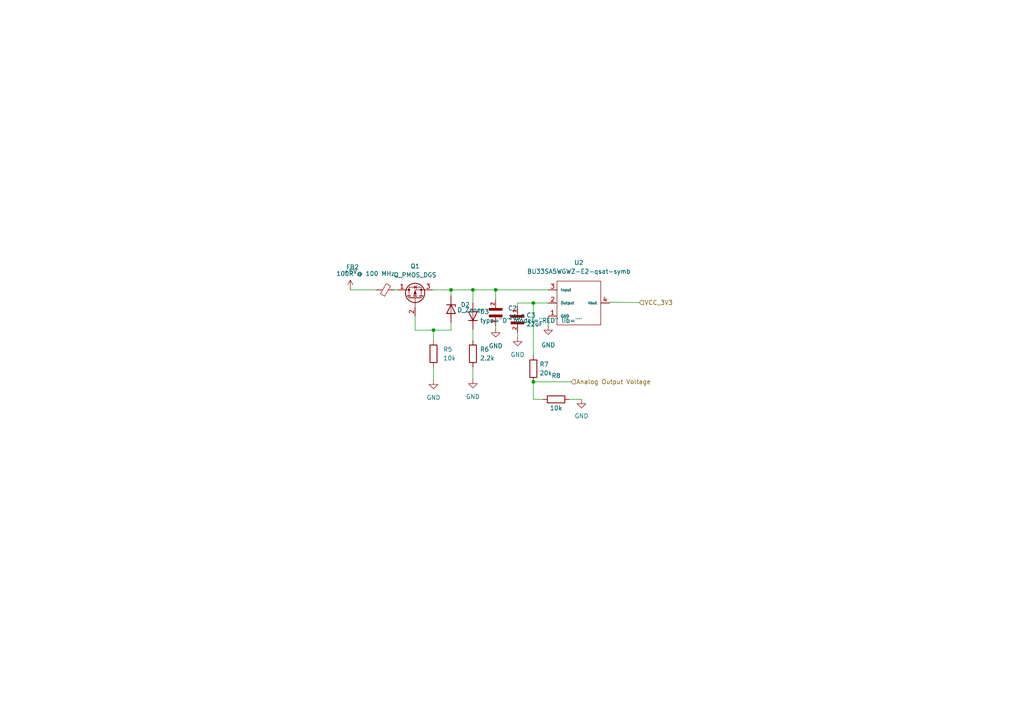
<source format=kicad_sch>
(kicad_sch (version 20211123) (generator eeschema)
  (paper "A4")
  (lib_symbols
    (symbol "Daughterboard_Symbols:CL10B104KB8NNNL" (pin_names (offset 1.016) hide)
      (property "Reference" "C" (at 0 3.81 0))
      (property "Value" "CL10B104KB8NNNL" (at 0 -5.08 0))
      (symbol "CL10B104KB8NNNL_0_0"
        (rectangle (start 0 -1.905) (end 0.635 1.905) (fill (type outline)))
        (rectangle (start 1.905 -1.905) (end 2.54 1.905) (fill (type outline)))
        (pin passive line (at -2.54 0 0) (length 2.54) (name "~") (number "1"))
        (pin passive line (at 5.08 0 180) (length 2.54) (name "~") (number "2"))
      )
    )
    (symbol "Device:D_Zener" (pin_numbers hide) (pin_names (offset 1.016) hide)
      (property "Reference" "D" (at 0 2.54 0))
      (property "Value" "D_Zener" (at 0 -2.54 0))
      (symbol "D_Zener_0_1"
        (polyline (pts (xy 1.27 0) (xy -1.27 0)))
        (polyline (pts (xy -1.27 -1.27) (xy -1.27 1.27) (xy -0.762 1.27)) (stroke (width 0.254)))
        (polyline (pts (xy 1.27 -1.27) (xy 1.27 1.27) (xy -1.27 0) (xy 1.27 -1.27)) (stroke (width 0.254)))
      )
      (symbol "D_Zener_1_1"
        (pin passive line (at -3.81 0 0) (length 2.54) (name "K") (number "1"))
        (pin passive line (at 3.81 0 180) (length 2.54) (name "A") (number "2"))
      )
    )
    (symbol "Device:FerriteBead_Small" (pin_numbers hide) (pin_names (offset 0))
      (property "Reference" "FB" (at 1.905 1.27 0))
      (property "Value" "FerriteBead_Small" (at 1.905 -1.27 0))
      (symbol "FerriteBead_Small_0_1"
        (polyline (pts (xy 0 -1.27) (xy 0 -0.7874)))
        (polyline (pts (xy 0 0.889) (xy 0 1.2954)))
        (polyline (pts (xy -1.8288 0.2794) (xy -1.1176 1.4986) (xy 1.8288 -0.2032) (xy 1.1176 -1.4224) (xy -1.8288 0.2794)))
      )
      (symbol "FerriteBead_Small_1_1"
        (pin passive line (at 0 2.54 270) (length 1.27) (name "~") (number "1"))
        (pin passive line (at 0 -2.54 90) (length 1.27) (name "~") (number "2"))
      )
    )
    (symbol "Device:Q_PMOS_DGS" (pin_names (offset 0) hide)
      (property "Reference" "Q" (at 5.08 1.27 0))
      (property "Value" "Q_PMOS_DGS" (at 5.08 -1.27 0))
      (symbol "Q_PMOS_DGS_0_1"
        (polyline (pts (xy 0.254 0) (xy -2.54 0)))
        (polyline (pts (xy 0.254 1.905) (xy 0.254 -1.905)) (stroke (width 0.254)))
        (polyline (pts (xy 0.762 -1.27) (xy 0.762 -2.286)) (stroke (width 0.254)))
        (polyline (pts (xy 0.762 0.508) (xy 0.762 -0.508)) (stroke (width 0.254)))
        (polyline (pts (xy 0.762 2.286) (xy 0.762 1.27)) (stroke (width 0.254)))
        (polyline (pts (xy 2.54 2.54) (xy 2.54 1.778)))
        (polyline (pts (xy 2.54 -2.54) (xy 2.54 0) (xy 0.762 0)))
        (polyline (pts (xy 0.762 1.778) (xy 3.302 1.778) (xy 3.302 -1.778) (xy 0.762 -1.778)))
        (polyline (pts (xy 2.286 0) (xy 1.27 0.381) (xy 1.27 -0.381) (xy 2.286 0)) (fill (type outline)))
        (polyline (pts (xy 2.794 -0.508) (xy 2.921 -0.381) (xy 3.683 -0.381) (xy 3.81 -0.254)))
        (polyline (pts (xy 3.302 -0.381) (xy 2.921 0.254) (xy 3.683 0.254) (xy 3.302 -0.381)))
        (circle (center 1.651 0) (radius 2.794) (stroke (width 0.254)))
        (circle (center 2.54 -1.778) (radius 0.254) (fill (type outline)))
        (circle (center 2.54 1.778) (radius 0.254) (fill (type outline)))
      )
      (symbol "Q_PMOS_DGS_1_1"
        (pin passive line (at 2.54 5.08 270) (length 2.54) (name "D") (number "1"))
        (pin input line (at -5.08 0 0) (length 2.54) (name "G") (number "2"))
        (pin passive line (at 2.54 -5.08 90) (length 2.54) (name "S") (number "3"))
      )
    )
    (symbol "Device:R" (pin_numbers hide) (pin_names (offset 0))
      (property "Reference" "R" (at 2.032 0 90))
      (property "Value" "R" (at 0 0 90))
      (symbol "R_0_1"
        (rectangle (start -1.016 -2.54) (end 1.016 2.54) (stroke (width 0.254)))
      )
      (symbol "R_1_1"
        (pin passive line (at 0 3.81 270) (length 1.27) (name "~") (number "1"))
        (pin passive line (at 0 -3.81 90) (length 1.27) (name "~") (number "2"))
      )
    )
    (symbol "Imported_OBC_Library:BU33SA5WGWZ-E2-qsat-symb" (pin_names (offset 1.016))
      (property "Reference" "U" (at 0 -16.51 0))
      (property "Value" "BU33SA5WGWZ-E2-qsat-symb" (at 0 15.24 0))
      (symbol "BU33SA5WGWZ-E2-qsat-symb_0_1"
        (rectangle (start -6.35 6.35) (end 6.35 -6.35))
      )
      (symbol "BU33SA5WGWZ-E2-qsat-symb_1_1"
        (pin output line (at 3.81 -8.89 90) (length 2.54) (name "GND") (number "1"))
        (pin output line (at 0 -8.89 90) (length 2.54) (name "Output") (number "2"))
        (pin input line (at -3.81 -8.89 90) (length 2.54) (name "Input") (number "3"))
        (pin output line (at 0 8.89 270) (length 2.54) (name "Vout") (number "4"))
      )
    )
    (symbol "Simulation_SPICE:DIODE" (pin_numbers hide) (pin_names (offset 1.016) hide)
      (property "Reference" "D" (at 0 2.54 0))
      (property "Value" "DIODE" (at 0 -2.54 0))
      (symbol "DIODE_0_1"
        (polyline (pts (xy 1.27 0) (xy -1.27 0)))
        (polyline (pts (xy 1.27 1.27) (xy 1.27 -1.27)) (stroke (width 0.254)))
        (polyline (pts (xy -1.27 -1.27) (xy -1.27 1.27) (xy 1.27 0) (xy -1.27 -1.27)) (stroke (width 0.254)))
      )
      (symbol "DIODE_1_1"
        (pin passive line (at -3.81 0 0) (length 2.54) (name "A") (number "1"))
        (pin passive line (at 3.81 0 180) (length 2.54) (name "K") (number "2"))
      )
    )
    (symbol "power:+5V" (power) (pin_names (offset 0))
      (property "Value" "+5V" (at 0 3.556 0))
      (symbol "+5V_0_1"
        (polyline (pts (xy -0.762 1.27) (xy 0 2.54)))
        (polyline (pts (xy 0 0) (xy 0 2.54)))
        (polyline (pts (xy 0 2.54) (xy 0.762 1.27)))
      )
      (symbol "+5V_1_1"
        (pin power_in line (at 0 0 90) (length 0) hide (name "+5V") (number "1"))
      )
    )
    (symbol "power:GND" (power) (pin_names (offset 0))
      (property "Value" "GND" (at 0 -3.81 0))
      (symbol "GND_0_1"
        (polyline (pts (xy 0 0) (xy 0 -1.27) (xy 1.27 -1.27) (xy 0 -2.54) (xy -1.27 -1.27) (xy 0 -1.27)))
      )
      (symbol "GND_1_1"
        (pin power_in line (at 0 0 270) (length 0) hide (name "GND") (number "1"))
      )
    )
  )
  (junction (at 154.686 87.884))
  (junction (at 137.16 84.074))
  (junction (at 143.764 84.074))
  (junction (at 130.81 84.074))
  (junction (at 154.686 110.744))
  (junction (at 125.73 95.758))
  (wire (pts (xy 130.81 84.074) (xy 137.16 84.074)))
  (wire (pts (xy 137.16 84.074) (xy 143.764 84.074)))
  (wire (pts (xy 120.396 95.758) (xy 125.73 95.758)))
  (wire (pts (xy 125.476 84.074) (xy 130.81 84.074)))
  (wire (pts (xy 176.784 87.63) (xy 176.784 87.884)))
  (wire (pts (xy 120.396 91.694) (xy 120.396 95.758)))
  (wire (pts (xy 150.114 96.52) (xy 150.114 97.79)))
  (wire (pts (xy 154.686 87.884) (xy 150.114 87.884)))
  (wire (pts (xy 125.73 95.758) (xy 130.81 95.758)))
  (wire (pts (xy 125.73 95.758) (xy 125.73 98.806)))
  (wire (pts (xy 143.764 84.074) (xy 143.764 86.868)))
  (wire (pts (xy 130.81 84.074) (xy 130.81 85.852)))
  (wire (pts (xy 154.686 110.744) (xy 165.608 110.744)))
  (wire (pts (xy 101.6 84.074) (xy 109.22 84.074)))
  (wire (pts (xy 143.764 94.488) (xy 143.764 95.25)))
  (wire (pts (xy 137.16 84.074) (xy 137.16 87.884)))
  (wire (pts (xy 137.16 106.426) (xy 137.16 109.982)))
  (wire (pts (xy 159.004 87.884) (xy 154.686 87.884)))
  (wire (pts (xy 130.81 93.472) (xy 130.81 95.758)))
  (wire (pts (xy 150.114 87.884) (xy 150.114 88.9)))
  (wire (pts (xy 154.686 115.824) (xy 157.48 115.824)))
  (wire (pts (xy 137.16 95.504) (xy 137.16 98.806)))
  (wire (pts (xy 176.784 87.63) (xy 185.42 87.757)))
  (wire (pts (xy 114.3 84.074) (xy 115.316 84.074)))
  (wire (pts (xy 165.1 115.824) (xy 168.656 115.824)))
  (wire (pts (xy 154.686 110.744) (xy 154.686 115.824)))
  (wire (pts (xy 159.004 91.694) (xy 159.004 94.488)))
  (wire (pts (xy 101.6 84.074) (xy 101.6 83.82)))
  (wire (pts (xy 125.73 106.426) (xy 125.73 110.236)))
  (wire (pts (xy 154.686 87.884) (xy 154.686 103.124)))
  (wire (pts (xy 143.764 84.074) (xy 159.004 84.074)))
  (hierarchical_label "VCC_3V3" (shape input) (at 185.42 87.757 0))
  (hierarchical_label "Analog Output Voltage" (shape input) (at 165.608 110.744 0))
  (symbol (lib_id "Device:Q_PMOS_DGS") (at 120.396 86.614 90) (unit 1)
    (property "Reference" "Q1" (at 120.396 77.216 90))
    (property "Value" "Q_PMOS_DGS" (at 120.396 79.756 90))
    (property "Footprint" "STM32_Breakout:SOT91P240X110-3N" (effects hide))
  )
  (symbol (lib_id "Daughterboard_Symbols:CL10B104KB8NNNL") (at 143.764 91.948 90) (unit 1)
    (property "Reference" "C2" (at 147.32 89.4079 90) (effects (justify right)))
    (property "Value" "10uF" (at 147.32 91.9479 90) (effects (justify right)))
    (property "Footprint" "CAPC1608X90N" (effects hide))
  )
  (symbol (lib_id "power:GND") (at 159.004 94.488 0) (unit 1)
    (property "Reference" "#PWR0110" (effects hide))
    (property "Value" "GND" (at 159.004 100.076 0))
  )
  (symbol (lib_id "Device:R") (at 161.29 115.824 270) (unit 1)
    (property "Reference" "R8" (at 161.29 108.966 90))
    (property "Value" "10k" (at 161.29 118.364 90))
    (property "Footprint" "Daughterboard_footprints:RESC1608X55N" (effects hide))
  )
  (symbol (lib_id "power:GND") (at 168.656 115.824 0) (unit 1)
    (property "Reference" "#PWR0109" (effects hide))
    (property "Value" "GND" (at 168.656 120.65 0))
  )
  (symbol (lib_id "Device:R") (at 125.73 102.616 0) (unit 1)
    (property "Reference" "R5" (at 128.524 101.3459 0) (effects (justify left)))
    (property "Value" "10k" (at 128.524 103.8859 0) (effects (justify left)))
    (property "Footprint" "Daughterboard_footprints:RESC1608X55N" (effects hide))
  )
  (symbol (lib_id "Device:FerriteBead_Small") (at 111.76 84.074 270) (unit 1)
    (property "Reference" "FB2" (at 102.235 77.47 90))
    (property "Value" "100R @ 100 MHz" (at 106.045 79.375 90))
    (property "Footprint" "Daughterboard_footprints:BEADC1608X75N" (effects hide))
  )
  (symbol (lib_id "Daughterboard_Symbols:CL10B104KB8NNNL") (at 150.114 91.44 270) (unit 1)
    (property "Reference" "C3" (at 152.654 91.4399 90) (effects (justify left)))
    (property "Value" "22uF" (at 152.654 93.9799 90) (effects (justify left)))
    (property "Footprint" "CAPC1608X90N" (effects hide))
  )
  (symbol (lib_id "Device:R") (at 137.16 102.616 0) (unit 1)
    (property "Reference" "R6" (at 139.192 101.3459 0) (effects (justify left)))
    (property "Value" "2.2k" (at 139.192 103.8859 0) (effects (justify left)))
    (property "Footprint" "Daughterboard_footprints:RESC1608X55N" (effects hide))
  )
  (symbol (lib_id "power:GND") (at 137.16 109.982 0) (unit 1)
    (property "Reference" "#PWR0111" (effects hide))
    (property "Value" "GND" (at 137.16 115.062 0))
  )
  (symbol (lib_id "Simulation_SPICE:DIODE") (at 137.16 91.694 270) (unit 1)
    (property "Reference" "D3" (at 139.192 90.4239 90) (effects (justify left)))
    (property "Value" "RED" (at 139.192 92.9639 90) (effects (justify left)))
    (property "Footprint" "Daughterboard_footprints:CAPC1608X90N" (effects hide))
    (property "Spice_Netlist_Enabled" "Y" (effects hide))
    (property "Spice_Primitive" "D" (effects hide))
  )
  (symbol (lib_id "power:+5V") (at 101.6 83.82 0) (unit 1)
    (property "Reference" "#PWR0127" (effects hide))
    (property "Value" "+5V" (at 101.6 78.74 0))
  )
  (symbol (lib_id "power:GND") (at 150.114 97.79 0) (unit 1)
    (property "Reference" "#PWR0112" (effects hide))
    (property "Value" "GND" (at 150.114 102.87 0))
  )
  (symbol (lib_id "power:GND") (at 125.73 110.236 0) (unit 1)
    (property "Reference" "#PWR0114" (effects hide))
    (property "Value" "GND" (at 125.73 115.316 0))
  )
  (symbol (lib_id "power:GND") (at 143.764 95.25 0) (unit 1)
    (property "Reference" "#PWR0113" (effects hide))
    (property "Value" "GND" (at 143.764 100.33 0))
  )
  (symbol (lib_id "Device:D_Zener") (at 130.81 89.662 270) (unit 1)
    (property "Reference" "D2" (at 133.604 88.392 90) (effects (justify left)))
    (property "Value" "D_Zener" (at 132.588 89.916 90) (effects (justify left)))
    (property "Footprint" "STM32_Breakout:SOT91P240X110-3N" (effects hide))
  )
  (symbol (lib_id "Device:R") (at 154.686 106.934 0) (unit 1)
    (property "Reference" "R7" (at 156.464 105.6639 0) (effects (justify left)))
    (property "Value" "20k" (at 156.464 108.2039 0) (effects (justify left)))
    (property "Footprint" "Daughterboard_footprints:RESC1608X55N" (effects hide))
  )
  (symbol (lib_id "Imported_OBC_Library:BU33SA5WGWZ-E2-qsat-symb") (at 167.894 87.884 270) (unit 1)
    (property "Reference" "U2" (at 167.894 76.2 90))
    (property "Value" "BU33SA5WGWZ-E2-qsat-symb" (at 167.894 78.74 90))
    (property "Footprint" "STM32_Breakout:BU33SA5WGWZ-E2" (effects hide))
  )
)
</source>
